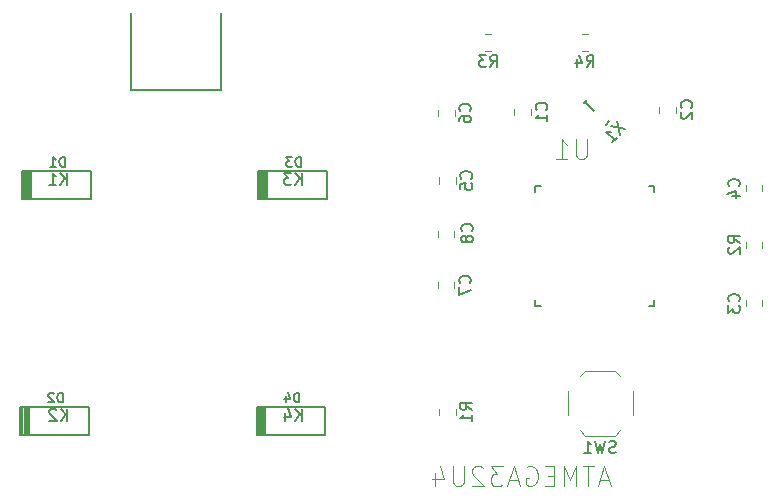
<source format=gbo>
G04 #@! TF.GenerationSoftware,KiCad,Pcbnew,(5.1.5)-3*
G04 #@! TF.CreationDate,2020-04-12T12:06:53+02:00*
G04 #@! TF.ProjectId,4Keys,344b6579-732e-46b6-9963-61645f706362,rev?*
G04 #@! TF.SameCoordinates,Original*
G04 #@! TF.FileFunction,Legend,Bot*
G04 #@! TF.FilePolarity,Positive*
%FSLAX46Y46*%
G04 Gerber Fmt 4.6, Leading zero omitted, Abs format (unit mm)*
G04 Created by KiCad (PCBNEW (5.1.5)-3) date 2020-04-12 12:06:53*
%MOMM*%
%LPD*%
G04 APERTURE LIST*
%ADD10C,0.120000*%
%ADD11C,0.200000*%
%ADD12C,0.152400*%
%ADD13C,0.150000*%
%ADD14C,0.050000*%
G04 APERTURE END LIST*
D10*
X151460000Y-53423752D02*
X151460000Y-52901248D01*
X150040000Y-53423752D02*
X150040000Y-52901248D01*
X162321250Y-53236252D02*
X162321250Y-52713748D01*
X163741250Y-53236252D02*
X163741250Y-52713748D01*
X169633750Y-69107498D02*
X169633750Y-69630002D01*
X171053750Y-69107498D02*
X171053750Y-69630002D01*
X171053750Y-59363748D02*
X171053750Y-59886252D01*
X169633750Y-59363748D02*
X169633750Y-59886252D01*
X145085000Y-59223752D02*
X145085000Y-58701248D01*
X143665000Y-59223752D02*
X143665000Y-58701248D01*
X143571250Y-53511252D02*
X143571250Y-52988748D01*
X144991250Y-53511252D02*
X144991250Y-52988748D01*
X144982000Y-68070252D02*
X144982000Y-67547748D01*
X143562000Y-68070252D02*
X143562000Y-67547748D01*
X143562000Y-63752252D02*
X143562000Y-63229748D01*
X144982000Y-63752252D02*
X144982000Y-63229748D01*
D11*
X109118750Y-60543750D02*
X109118750Y-58143750D01*
X108943750Y-60543750D02*
X108943750Y-58143750D01*
X108768750Y-60543750D02*
X108768750Y-58143750D01*
X108368750Y-58143750D02*
X108368750Y-60543750D01*
X108593750Y-60543750D02*
X108593750Y-58143750D01*
X108468750Y-60543750D02*
X108468750Y-58143750D01*
X108393750Y-60543750D02*
X114193750Y-60543750D01*
X114193750Y-60543750D02*
X114193750Y-58143750D01*
X114193750Y-58143750D02*
X108393750Y-58143750D01*
X108931250Y-80512500D02*
X108931250Y-78112500D01*
X108756250Y-80512500D02*
X108756250Y-78112500D01*
X108581250Y-80512500D02*
X108581250Y-78112500D01*
X108181250Y-78112500D02*
X108181250Y-80512500D01*
X108406250Y-80512500D02*
X108406250Y-78112500D01*
X108281250Y-80512500D02*
X108281250Y-78112500D01*
X108206250Y-80512500D02*
X114006250Y-80512500D01*
X114006250Y-80512500D02*
X114006250Y-78112500D01*
X114006250Y-78112500D02*
X108206250Y-78112500D01*
X134162500Y-58143750D02*
X128362500Y-58143750D01*
X134162500Y-60543750D02*
X134162500Y-58143750D01*
X128362500Y-60543750D02*
X134162500Y-60543750D01*
X128437500Y-60543750D02*
X128437500Y-58143750D01*
X128562500Y-60543750D02*
X128562500Y-58143750D01*
X128337500Y-58143750D02*
X128337500Y-60543750D01*
X128737500Y-60543750D02*
X128737500Y-58143750D01*
X128912500Y-60543750D02*
X128912500Y-58143750D01*
X129087500Y-60543750D02*
X129087500Y-58143750D01*
X134050000Y-78112500D02*
X128250000Y-78112500D01*
X134050000Y-80512500D02*
X134050000Y-78112500D01*
X128250000Y-80512500D02*
X134050000Y-80512500D01*
X128325000Y-80512500D02*
X128325000Y-78112500D01*
X128450000Y-80512500D02*
X128450000Y-78112500D01*
X128225000Y-78112500D02*
X128225000Y-80512500D01*
X128625000Y-80512500D02*
X128625000Y-78112500D01*
X128800000Y-80512500D02*
X128800000Y-78112500D01*
X128975000Y-80512500D02*
X128975000Y-78112500D01*
X125256250Y-51306250D02*
X125256250Y-44806250D01*
X117556250Y-51306250D02*
X117556250Y-44806250D01*
X117556250Y-51306250D02*
X125256250Y-51306250D01*
D10*
X143665000Y-78823752D02*
X143665000Y-78301248D01*
X145085000Y-78823752D02*
X145085000Y-78301248D01*
X169633750Y-64144998D02*
X169633750Y-64667502D01*
X171053750Y-64144998D02*
X171053750Y-64667502D01*
X147588748Y-47960000D02*
X148111252Y-47960000D01*
X147588748Y-46540000D02*
X148111252Y-46540000D01*
X155744998Y-46540000D02*
X156267502Y-46540000D01*
X155744998Y-47960000D02*
X156267502Y-47960000D01*
X155612500Y-75512500D02*
X156062500Y-75062500D01*
X159012500Y-75512500D02*
X158562500Y-75062500D01*
X159012500Y-80112500D02*
X158562500Y-80562500D01*
X155612500Y-80112500D02*
X156062500Y-80562500D01*
X160062500Y-78812500D02*
X160062500Y-76812500D01*
X156062500Y-75062500D02*
X158562500Y-75062500D01*
X154562500Y-78812500D02*
X154562500Y-76812500D01*
X156062500Y-80562500D02*
X158562500Y-80562500D01*
D12*
X151789150Y-59928000D02*
X151789150Y-59445400D01*
X151789150Y-69554600D02*
X151789150Y-69072000D01*
X161898350Y-69554600D02*
X161415750Y-69554600D01*
X161898350Y-59445400D02*
X161898350Y-59928000D01*
X151789150Y-59445400D02*
X152271750Y-59445400D01*
X161415750Y-59445400D02*
X161898350Y-59445400D01*
X161898350Y-69072000D02*
X161898350Y-69554600D01*
X152271750Y-69554600D02*
X151789150Y-69554600D01*
D13*
X156081008Y-52403065D02*
X156788115Y-53110171D01*
X155939587Y-52403065D02*
X156222430Y-52120222D01*
X157778064Y-54241542D02*
X158060907Y-53958699D01*
X152757142Y-52995833D02*
X152804761Y-52948214D01*
X152852380Y-52805357D01*
X152852380Y-52710119D01*
X152804761Y-52567261D01*
X152709523Y-52472023D01*
X152614285Y-52424404D01*
X152423809Y-52376785D01*
X152280952Y-52376785D01*
X152090476Y-52424404D01*
X151995238Y-52472023D01*
X151900000Y-52567261D01*
X151852380Y-52710119D01*
X151852380Y-52805357D01*
X151900000Y-52948214D01*
X151947619Y-52995833D01*
X152852380Y-53948214D02*
X152852380Y-53376785D01*
X152852380Y-53662500D02*
X151852380Y-53662500D01*
X151995238Y-53567261D01*
X152090476Y-53472023D01*
X152138095Y-53376785D01*
X165038392Y-52808333D02*
X165086011Y-52760714D01*
X165133630Y-52617857D01*
X165133630Y-52522619D01*
X165086011Y-52379761D01*
X164990773Y-52284523D01*
X164895535Y-52236904D01*
X164705059Y-52189285D01*
X164562202Y-52189285D01*
X164371726Y-52236904D01*
X164276488Y-52284523D01*
X164181250Y-52379761D01*
X164133630Y-52522619D01*
X164133630Y-52617857D01*
X164181250Y-52760714D01*
X164228869Y-52808333D01*
X164228869Y-53189285D02*
X164181250Y-53236904D01*
X164133630Y-53332142D01*
X164133630Y-53570238D01*
X164181250Y-53665476D01*
X164228869Y-53713095D01*
X164324107Y-53760714D01*
X164419345Y-53760714D01*
X164562202Y-53713095D01*
X165133630Y-53141666D01*
X165133630Y-53760714D01*
X169050892Y-69202083D02*
X169098511Y-69154464D01*
X169146130Y-69011607D01*
X169146130Y-68916369D01*
X169098511Y-68773511D01*
X169003273Y-68678273D01*
X168908035Y-68630654D01*
X168717559Y-68583035D01*
X168574702Y-68583035D01*
X168384226Y-68630654D01*
X168288988Y-68678273D01*
X168193750Y-68773511D01*
X168146130Y-68916369D01*
X168146130Y-69011607D01*
X168193750Y-69154464D01*
X168241369Y-69202083D01*
X168146130Y-69535416D02*
X168146130Y-70154464D01*
X168527083Y-69821130D01*
X168527083Y-69963988D01*
X168574702Y-70059226D01*
X168622321Y-70106845D01*
X168717559Y-70154464D01*
X168955654Y-70154464D01*
X169050892Y-70106845D01*
X169098511Y-70059226D01*
X169146130Y-69963988D01*
X169146130Y-69678273D01*
X169098511Y-69583035D01*
X169050892Y-69535416D01*
X169050892Y-59458333D02*
X169098511Y-59410714D01*
X169146130Y-59267857D01*
X169146130Y-59172619D01*
X169098511Y-59029761D01*
X169003273Y-58934523D01*
X168908035Y-58886904D01*
X168717559Y-58839285D01*
X168574702Y-58839285D01*
X168384226Y-58886904D01*
X168288988Y-58934523D01*
X168193750Y-59029761D01*
X168146130Y-59172619D01*
X168146130Y-59267857D01*
X168193750Y-59410714D01*
X168241369Y-59458333D01*
X168479464Y-60315476D02*
X169146130Y-60315476D01*
X168098511Y-60077380D02*
X168812797Y-59839285D01*
X168812797Y-60458333D01*
X146382142Y-58795833D02*
X146429761Y-58748214D01*
X146477380Y-58605357D01*
X146477380Y-58510119D01*
X146429761Y-58367261D01*
X146334523Y-58272023D01*
X146239285Y-58224404D01*
X146048809Y-58176785D01*
X145905952Y-58176785D01*
X145715476Y-58224404D01*
X145620238Y-58272023D01*
X145525000Y-58367261D01*
X145477380Y-58510119D01*
X145477380Y-58605357D01*
X145525000Y-58748214D01*
X145572619Y-58795833D01*
X145477380Y-59700595D02*
X145477380Y-59224404D01*
X145953571Y-59176785D01*
X145905952Y-59224404D01*
X145858333Y-59319642D01*
X145858333Y-59557738D01*
X145905952Y-59652976D01*
X145953571Y-59700595D01*
X146048809Y-59748214D01*
X146286904Y-59748214D01*
X146382142Y-59700595D01*
X146429761Y-59652976D01*
X146477380Y-59557738D01*
X146477380Y-59319642D01*
X146429761Y-59224404D01*
X146382142Y-59176785D01*
X146288392Y-53083333D02*
X146336011Y-53035714D01*
X146383630Y-52892857D01*
X146383630Y-52797619D01*
X146336011Y-52654761D01*
X146240773Y-52559523D01*
X146145535Y-52511904D01*
X145955059Y-52464285D01*
X145812202Y-52464285D01*
X145621726Y-52511904D01*
X145526488Y-52559523D01*
X145431250Y-52654761D01*
X145383630Y-52797619D01*
X145383630Y-52892857D01*
X145431250Y-53035714D01*
X145478869Y-53083333D01*
X145383630Y-53940476D02*
X145383630Y-53750000D01*
X145431250Y-53654761D01*
X145478869Y-53607142D01*
X145621726Y-53511904D01*
X145812202Y-53464285D01*
X146193154Y-53464285D01*
X146288392Y-53511904D01*
X146336011Y-53559523D01*
X146383630Y-53654761D01*
X146383630Y-53845238D01*
X146336011Y-53940476D01*
X146288392Y-53988095D01*
X146193154Y-54035714D01*
X145955059Y-54035714D01*
X145859821Y-53988095D01*
X145812202Y-53940476D01*
X145764583Y-53845238D01*
X145764583Y-53654761D01*
X145812202Y-53559523D01*
X145859821Y-53511904D01*
X145955059Y-53464285D01*
X146279142Y-67642333D02*
X146326761Y-67594714D01*
X146374380Y-67451857D01*
X146374380Y-67356619D01*
X146326761Y-67213761D01*
X146231523Y-67118523D01*
X146136285Y-67070904D01*
X145945809Y-67023285D01*
X145802952Y-67023285D01*
X145612476Y-67070904D01*
X145517238Y-67118523D01*
X145422000Y-67213761D01*
X145374380Y-67356619D01*
X145374380Y-67451857D01*
X145422000Y-67594714D01*
X145469619Y-67642333D01*
X145374380Y-67975666D02*
X145374380Y-68642333D01*
X146374380Y-68213761D01*
X146441641Y-63248084D02*
X146489260Y-63200465D01*
X146536879Y-63057608D01*
X146536879Y-62962370D01*
X146489260Y-62819512D01*
X146394022Y-62724274D01*
X146298784Y-62676655D01*
X146108308Y-62629036D01*
X145965451Y-62629036D01*
X145774975Y-62676655D01*
X145679737Y-62724274D01*
X145584499Y-62819512D01*
X145536879Y-62962370D01*
X145536879Y-63057608D01*
X145584499Y-63200465D01*
X145632118Y-63248084D01*
X145965451Y-63819512D02*
X145917832Y-63724274D01*
X145870213Y-63676655D01*
X145774975Y-63629036D01*
X145727356Y-63629036D01*
X145632118Y-63676655D01*
X145584499Y-63724274D01*
X145536879Y-63819512D01*
X145536879Y-64009989D01*
X145584499Y-64105227D01*
X145632118Y-64152846D01*
X145727356Y-64200465D01*
X145774975Y-64200465D01*
X145870213Y-64152846D01*
X145917832Y-64105227D01*
X145965451Y-64009989D01*
X145965451Y-63819512D01*
X146013070Y-63724274D01*
X146060689Y-63676655D01*
X146155927Y-63629036D01*
X146346403Y-63629036D01*
X146441641Y-63676655D01*
X146489260Y-63724274D01*
X146536879Y-63819512D01*
X146536879Y-64009989D01*
X146489260Y-64105227D01*
X146441641Y-64152846D01*
X146346403Y-64200465D01*
X146155927Y-64200465D01*
X146060689Y-64152846D01*
X146013070Y-64105227D01*
X145965451Y-64009989D01*
X111984226Y-57780654D02*
X111984226Y-56980654D01*
X111793750Y-56980654D01*
X111679464Y-57018750D01*
X111603273Y-57094940D01*
X111565178Y-57171130D01*
X111527083Y-57323511D01*
X111527083Y-57437797D01*
X111565178Y-57590178D01*
X111603273Y-57666369D01*
X111679464Y-57742559D01*
X111793750Y-57780654D01*
X111984226Y-57780654D01*
X110765178Y-57780654D02*
X111222321Y-57780654D01*
X110993750Y-57780654D02*
X110993750Y-56980654D01*
X111069940Y-57094940D01*
X111146130Y-57171130D01*
X111222321Y-57209226D01*
X111796726Y-77749404D02*
X111796726Y-76949404D01*
X111606250Y-76949404D01*
X111491964Y-76987500D01*
X111415773Y-77063690D01*
X111377678Y-77139880D01*
X111339583Y-77292261D01*
X111339583Y-77406547D01*
X111377678Y-77558928D01*
X111415773Y-77635119D01*
X111491964Y-77711309D01*
X111606250Y-77749404D01*
X111796726Y-77749404D01*
X111034821Y-77025595D02*
X110996726Y-76987500D01*
X110920535Y-76949404D01*
X110730059Y-76949404D01*
X110653869Y-76987500D01*
X110615773Y-77025595D01*
X110577678Y-77101785D01*
X110577678Y-77177976D01*
X110615773Y-77292261D01*
X111072916Y-77749404D01*
X110577678Y-77749404D01*
X131952976Y-57780654D02*
X131952976Y-56980654D01*
X131762500Y-56980654D01*
X131648214Y-57018750D01*
X131572023Y-57094940D01*
X131533928Y-57171130D01*
X131495833Y-57323511D01*
X131495833Y-57437797D01*
X131533928Y-57590178D01*
X131572023Y-57666369D01*
X131648214Y-57742559D01*
X131762500Y-57780654D01*
X131952976Y-57780654D01*
X131229166Y-56980654D02*
X130733928Y-56980654D01*
X131000595Y-57285416D01*
X130886309Y-57285416D01*
X130810119Y-57323511D01*
X130772023Y-57361607D01*
X130733928Y-57437797D01*
X130733928Y-57628273D01*
X130772023Y-57704464D01*
X130810119Y-57742559D01*
X130886309Y-57780654D01*
X131114880Y-57780654D01*
X131191071Y-57742559D01*
X131229166Y-57704464D01*
X131840476Y-77749404D02*
X131840476Y-76949404D01*
X131650000Y-76949404D01*
X131535714Y-76987500D01*
X131459523Y-77063690D01*
X131421428Y-77139880D01*
X131383333Y-77292261D01*
X131383333Y-77406547D01*
X131421428Y-77558928D01*
X131459523Y-77635119D01*
X131535714Y-77711309D01*
X131650000Y-77749404D01*
X131840476Y-77749404D01*
X130697619Y-77216071D02*
X130697619Y-77749404D01*
X130888095Y-76911309D02*
X131078571Y-77482738D01*
X130583333Y-77482738D01*
D11*
X112189345Y-59332880D02*
X112189345Y-58332880D01*
X111617916Y-59332880D02*
X112046488Y-58761452D01*
X111617916Y-58332880D02*
X112189345Y-58904309D01*
X110665535Y-59332880D02*
X111236964Y-59332880D01*
X110951250Y-59332880D02*
X110951250Y-58332880D01*
X111046488Y-58475738D01*
X111141726Y-58570976D01*
X111236964Y-58618595D01*
X112206845Y-79301630D02*
X112206845Y-78301630D01*
X111635416Y-79301630D02*
X112063988Y-78730202D01*
X111635416Y-78301630D02*
X112206845Y-78873059D01*
X111254464Y-78396869D02*
X111206845Y-78349250D01*
X111111607Y-78301630D01*
X110873511Y-78301630D01*
X110778273Y-78349250D01*
X110730654Y-78396869D01*
X110683035Y-78492107D01*
X110683035Y-78587345D01*
X110730654Y-78730202D01*
X111302083Y-79301630D01*
X110683035Y-79301630D01*
X132081845Y-59332880D02*
X132081845Y-58332880D01*
X131510416Y-59332880D02*
X131938988Y-58761452D01*
X131510416Y-58332880D02*
X132081845Y-58904309D01*
X131177083Y-58332880D02*
X130558035Y-58332880D01*
X130891369Y-58713833D01*
X130748511Y-58713833D01*
X130653273Y-58761452D01*
X130605654Y-58809071D01*
X130558035Y-58904309D01*
X130558035Y-59142404D01*
X130605654Y-59237642D01*
X130653273Y-59285261D01*
X130748511Y-59332880D01*
X131034226Y-59332880D01*
X131129464Y-59285261D01*
X131177083Y-59237642D01*
X132081845Y-79301630D02*
X132081845Y-78301630D01*
X131510416Y-79301630D02*
X131938988Y-78730202D01*
X131510416Y-78301630D02*
X132081845Y-78873059D01*
X130653273Y-78634964D02*
X130653273Y-79301630D01*
X130891369Y-78254011D02*
X131129464Y-78968297D01*
X130510416Y-78968297D01*
D13*
X146477380Y-78395833D02*
X146001190Y-78062500D01*
X146477380Y-77824404D02*
X145477380Y-77824404D01*
X145477380Y-78205357D01*
X145525000Y-78300595D01*
X145572619Y-78348214D01*
X145667857Y-78395833D01*
X145810714Y-78395833D01*
X145905952Y-78348214D01*
X145953571Y-78300595D01*
X146001190Y-78205357D01*
X146001190Y-77824404D01*
X146477380Y-79348214D02*
X146477380Y-78776785D01*
X146477380Y-79062500D02*
X145477380Y-79062500D01*
X145620238Y-78967261D01*
X145715476Y-78872023D01*
X145763095Y-78776785D01*
X169146130Y-64239583D02*
X168669940Y-63906250D01*
X169146130Y-63668154D02*
X168146130Y-63668154D01*
X168146130Y-64049107D01*
X168193750Y-64144345D01*
X168241369Y-64191964D01*
X168336607Y-64239583D01*
X168479464Y-64239583D01*
X168574702Y-64191964D01*
X168622321Y-64144345D01*
X168669940Y-64049107D01*
X168669940Y-63668154D01*
X168241369Y-64620535D02*
X168193750Y-64668154D01*
X168146130Y-64763392D01*
X168146130Y-65001488D01*
X168193750Y-65096726D01*
X168241369Y-65144345D01*
X168336607Y-65191964D01*
X168431845Y-65191964D01*
X168574702Y-65144345D01*
X169146130Y-64572916D01*
X169146130Y-65191964D01*
X148016666Y-49352380D02*
X148350000Y-48876190D01*
X148588095Y-49352380D02*
X148588095Y-48352380D01*
X148207142Y-48352380D01*
X148111904Y-48400000D01*
X148064285Y-48447619D01*
X148016666Y-48542857D01*
X148016666Y-48685714D01*
X148064285Y-48780952D01*
X148111904Y-48828571D01*
X148207142Y-48876190D01*
X148588095Y-48876190D01*
X147683333Y-48352380D02*
X147064285Y-48352380D01*
X147397619Y-48733333D01*
X147254761Y-48733333D01*
X147159523Y-48780952D01*
X147111904Y-48828571D01*
X147064285Y-48923809D01*
X147064285Y-49161904D01*
X147111904Y-49257142D01*
X147159523Y-49304761D01*
X147254761Y-49352380D01*
X147540476Y-49352380D01*
X147635714Y-49304761D01*
X147683333Y-49257142D01*
X156172916Y-49352380D02*
X156506250Y-48876190D01*
X156744345Y-49352380D02*
X156744345Y-48352380D01*
X156363392Y-48352380D01*
X156268154Y-48400000D01*
X156220535Y-48447619D01*
X156172916Y-48542857D01*
X156172916Y-48685714D01*
X156220535Y-48780952D01*
X156268154Y-48828571D01*
X156363392Y-48876190D01*
X156744345Y-48876190D01*
X155315773Y-48685714D02*
X155315773Y-49352380D01*
X155553869Y-48304761D02*
X155791964Y-49019047D01*
X155172916Y-49019047D01*
X158645833Y-81967261D02*
X158502976Y-82014880D01*
X158264880Y-82014880D01*
X158169642Y-81967261D01*
X158122023Y-81919642D01*
X158074404Y-81824404D01*
X158074404Y-81729166D01*
X158122023Y-81633928D01*
X158169642Y-81586309D01*
X158264880Y-81538690D01*
X158455357Y-81491071D01*
X158550595Y-81443452D01*
X158598214Y-81395833D01*
X158645833Y-81300595D01*
X158645833Y-81205357D01*
X158598214Y-81110119D01*
X158550595Y-81062500D01*
X158455357Y-81014880D01*
X158217261Y-81014880D01*
X158074404Y-81062500D01*
X157741071Y-81014880D02*
X157502976Y-82014880D01*
X157312500Y-81300595D01*
X157122023Y-82014880D01*
X156883928Y-81014880D01*
X155979166Y-82014880D02*
X156550595Y-82014880D01*
X156264880Y-82014880D02*
X156264880Y-81014880D01*
X156360119Y-81157738D01*
X156455357Y-81252976D01*
X156550595Y-81300595D01*
D14*
X156189676Y-55489795D02*
X156189676Y-56817576D01*
X156111571Y-56973785D01*
X156033466Y-57051890D01*
X155877257Y-57129995D01*
X155564838Y-57129995D01*
X155408628Y-57051890D01*
X155330523Y-56973785D01*
X155252419Y-56817576D01*
X155252419Y-55489795D01*
X153612219Y-57129995D02*
X154549476Y-57129995D01*
X154080847Y-57129995D02*
X154080847Y-55489795D01*
X154237057Y-55724109D01*
X154393266Y-55880319D01*
X154549476Y-55958423D01*
X158051497Y-84347718D02*
X157269445Y-84347718D01*
X158207908Y-84816949D02*
X157660471Y-83174639D01*
X157113034Y-84816949D01*
X156800213Y-83174639D02*
X155861750Y-83174639D01*
X156330982Y-84816949D02*
X156330982Y-83174639D01*
X155314314Y-84816949D02*
X155314314Y-83174639D01*
X154766877Y-84347718D01*
X154219440Y-83174639D01*
X154219440Y-84816949D01*
X153437388Y-83956692D02*
X152889951Y-83956692D01*
X152655336Y-84816949D02*
X153437388Y-84816949D01*
X153437388Y-83174639D01*
X152655336Y-83174639D01*
X151091231Y-83252845D02*
X151247641Y-83174639D01*
X151482257Y-83174639D01*
X151716873Y-83252845D01*
X151873283Y-83409255D01*
X151951489Y-83565665D01*
X152029694Y-83878486D01*
X152029694Y-84113102D01*
X151951489Y-84425923D01*
X151873283Y-84582334D01*
X151716873Y-84738744D01*
X151482257Y-84816949D01*
X151325847Y-84816949D01*
X151091231Y-84738744D01*
X151013026Y-84660539D01*
X151013026Y-84113102D01*
X151325847Y-84113102D01*
X150387384Y-84347718D02*
X149605331Y-84347718D01*
X150543794Y-84816949D02*
X149996358Y-83174639D01*
X149448921Y-84816949D01*
X149057895Y-83174639D02*
X148041227Y-83174639D01*
X148588663Y-83800281D01*
X148354048Y-83800281D01*
X148197637Y-83878486D01*
X148119432Y-83956692D01*
X148041227Y-84113102D01*
X148041227Y-84504128D01*
X148119432Y-84660539D01*
X148197637Y-84738744D01*
X148354048Y-84816949D01*
X148823279Y-84816949D01*
X148979690Y-84738744D01*
X149057895Y-84660539D01*
X147415585Y-83331050D02*
X147337380Y-83252845D01*
X147180969Y-83174639D01*
X146789943Y-83174639D01*
X146633532Y-83252845D01*
X146555327Y-83331050D01*
X146477122Y-83487460D01*
X146477122Y-83643871D01*
X146555327Y-83878486D01*
X147493790Y-84816949D01*
X146477122Y-84816949D01*
X145773275Y-83174639D02*
X145773275Y-84504128D01*
X145695070Y-84660539D01*
X145616864Y-84738744D01*
X145460454Y-84816949D01*
X145147633Y-84816949D01*
X144991222Y-84738744D01*
X144913017Y-84660539D01*
X144834812Y-84504128D01*
X144834812Y-83174639D01*
X143348912Y-83722076D02*
X143348912Y-84816949D01*
X143739939Y-83096434D02*
X144130965Y-84269513D01*
X143114297Y-84269513D01*
D13*
X158741076Y-53918293D02*
X158976778Y-55096804D01*
X158269672Y-54389697D02*
X159448183Y-54625399D01*
X158337015Y-55736567D02*
X158741076Y-55332506D01*
X158539046Y-55534537D02*
X157831939Y-54827430D01*
X158000298Y-54861102D01*
X158134985Y-54861102D01*
X158236000Y-54827430D01*
M02*

</source>
